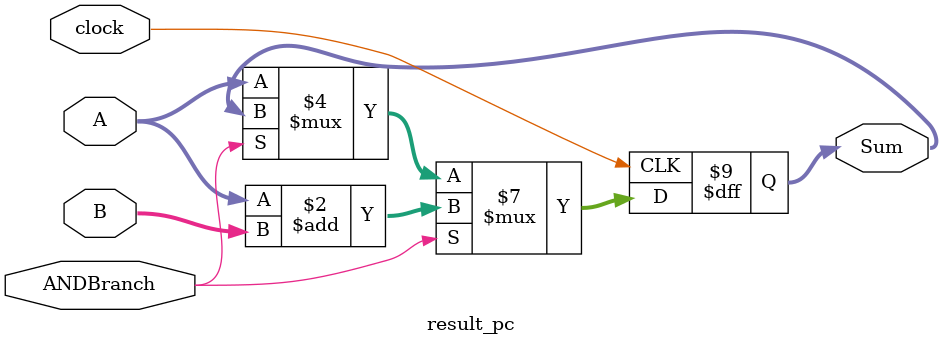
<source format=v>

module program_counter (pc, reset, pc_next);
  input wire reset;
  output reg [31:0] pc;
  output reg [31:0] pc_next;
  always @ (*) begin
    if(reset) begin
      pc_next <= 32'd0;
    end
    else begin
      pc_next <= pc;
    end
  end
endmodule

module Sum4 (pc, sum);
  input wire [31:0]pc;
  output reg [31:0]sum;
  always @ (*) begin
    sum <= pc + 32'd4;
  end
endmodule

module result_pc (A, B, Sum, ANDBranch, clock);
  input wire [31:0] A, B;
  input wire ANDBranch, clock;
  output reg [31:0] Sum;
  always @ (posedge clock) begin
    if(ANDBranch) begin
      Sum <= A + B;
    end
    else if(~ANDBranch) begin
      Sum <= A;
    end
  end
endmodule

</source>
